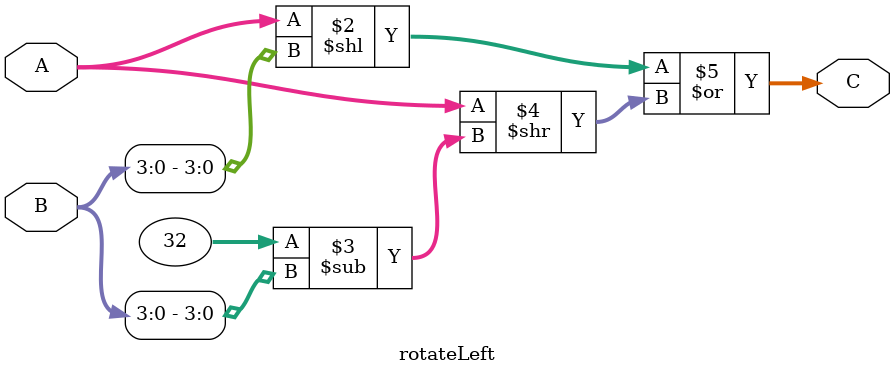
<source format=v>
`timescale 1ns/10ps
module rotateLeft(A, B, C);
input [31:0] A, B;
output reg [31:0] C;
always@(A or B)
	begin
	C = (A << B[3:0])|(A >> 32-B[3:0]);
	end
endmodule
</source>
